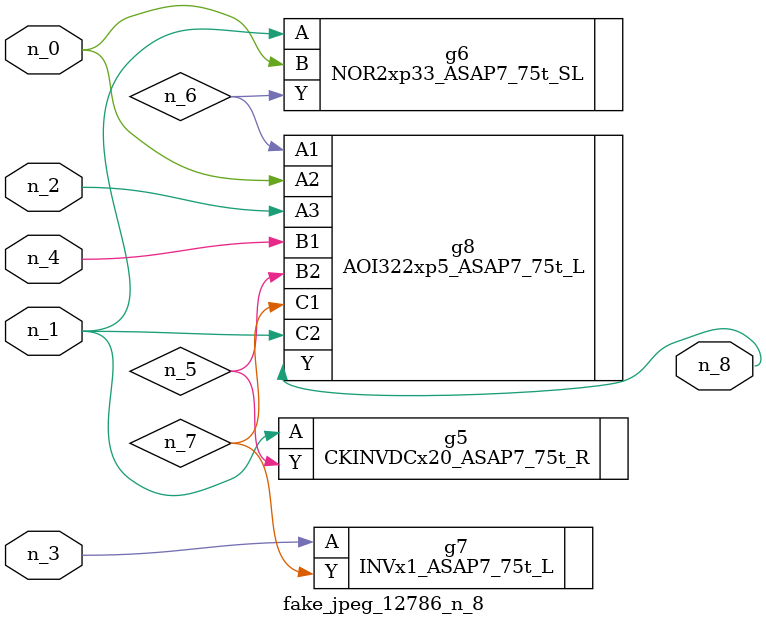
<source format=v>
module fake_jpeg_12786_n_8 (n_3, n_2, n_1, n_0, n_4, n_8);

input n_3;
input n_2;
input n_1;
input n_0;
input n_4;

output n_8;

wire n_6;
wire n_5;
wire n_7;

CKINVDCx20_ASAP7_75t_R g5 ( 
.A(n_1),
.Y(n_5)
);

NOR2xp33_ASAP7_75t_SL g6 ( 
.A(n_1),
.B(n_0),
.Y(n_6)
);

INVx1_ASAP7_75t_L g7 ( 
.A(n_3),
.Y(n_7)
);

AOI322xp5_ASAP7_75t_L g8 ( 
.A1(n_6),
.A2(n_0),
.A3(n_2),
.B1(n_4),
.B2(n_5),
.C1(n_7),
.C2(n_1),
.Y(n_8)
);


endmodule
</source>
